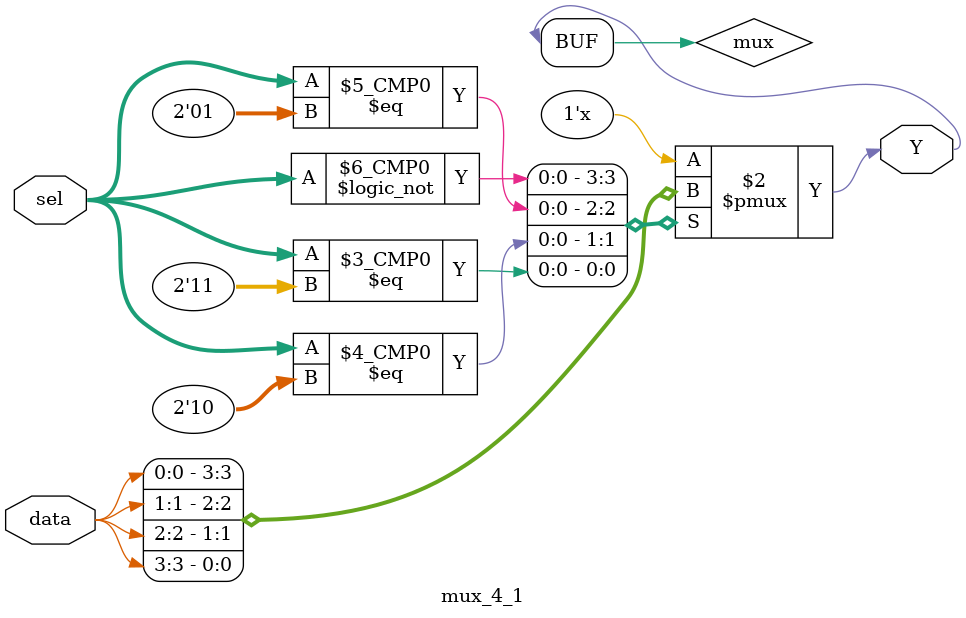
<source format=sv>
`timescale 1ns / 1ps
module mux_4_1(
	input [3:0] data,
	input [1:0] sel,
	output Y);

reg mux;

always @(data, sel) 
begin
	case (sel)
    2'b00: mux <= data[0];
    2'b01: mux <= data[1];
    2'b10: mux <= data[2];
    2'b11: mux <= data[3];
	default: mux <= 1'b0;
	endcase
end
assign Y = mux;
endmodule


</source>
